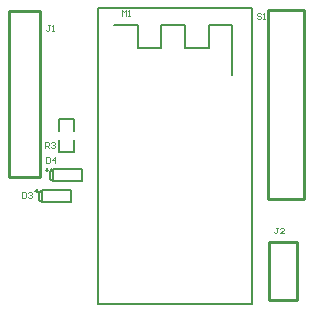
<source format=gto>
G04*
G04 #@! TF.GenerationSoftware,Altium Limited,Altium Designer,18.1.9 (240)*
G04*
G04 Layer_Color=65535*
%FSLAX24Y24*%
%MOIN*%
G70*
G01*
G75*
%ADD10C,0.0080*%
%ADD11C,0.0050*%
%ADD12C,0.0060*%
%ADD13C,0.0098*%
%ADD14C,0.0100*%
%ADD15C,0.0039*%
D10*
X1119Y3759D02*
X1210Y3850D01*
X2189Y3440D02*
Y3860D01*
X1219D02*
X2189D01*
X1219Y3440D02*
Y3850D01*
Y3440D02*
X2189D01*
X1119Y3531D02*
X1219Y3440D01*
X1119Y3531D02*
Y3759D01*
X1469Y4459D02*
X1560Y4550D01*
X2539Y4140D02*
Y4560D01*
X1569D02*
X2539D01*
X1569Y4140D02*
Y4550D01*
Y4140D02*
X2539D01*
X1469Y4231D02*
X1569Y4140D01*
X1469Y4231D02*
Y4459D01*
D11*
X1000Y3830D02*
X1080D01*
X1040Y3780D02*
Y3880D01*
X1350Y4530D02*
X1430D01*
X1390Y4480D02*
Y4580D01*
D12*
X2300Y5800D02*
Y6200D01*
X1800Y5800D02*
Y6200D01*
Y5100D02*
Y5500D01*
X2300Y5100D02*
Y5500D01*
X1800Y6200D02*
X2300D01*
X1800Y5100D02*
X2300D01*
X3617Y9346D02*
X4407D01*
Y8566D02*
Y9346D01*
Y8566D02*
X5197D01*
Y9336D01*
X5977D01*
Y8566D02*
Y9336D01*
Y8566D02*
X6777D01*
Y9346D01*
X7547D01*
X7557Y9336D01*
Y7676D02*
Y9336D01*
X3091Y60D02*
X8209D01*
X3091Y9902D02*
X8209D01*
X8210Y60D02*
Y9903D01*
X3090Y60D02*
Y9903D01*
D13*
X9941Y3559D02*
Y9859D01*
X8759Y3559D02*
X9941D01*
X8759D02*
Y9859D01*
X8956D01*
X9941D01*
D14*
X8958Y193D02*
X9475D01*
X8778Y2122D02*
X9734D01*
X8778Y193D02*
Y2122D01*
X9734Y193D02*
Y2122D01*
X8778Y193D02*
X8958D01*
X9475D02*
X9734D01*
X116Y4294D02*
Y9806D01*
X1151Y4294D02*
Y9806D01*
X116Y4294D02*
X1151D01*
X116Y9806D02*
X1151D01*
D15*
X1320Y5239D02*
Y5436D01*
X1419D01*
X1451Y5403D01*
Y5338D01*
X1419Y5305D01*
X1320D01*
X1386D02*
X1451Y5239D01*
X1517Y5403D02*
X1550Y5436D01*
X1615D01*
X1648Y5403D01*
Y5371D01*
X1615Y5338D01*
X1583D01*
X1615D01*
X1648Y5305D01*
Y5272D01*
X1615Y5239D01*
X1550D01*
X1517Y5272D01*
X550Y3766D02*
Y3569D01*
X648D01*
X681Y3602D01*
Y3733D01*
X648Y3766D01*
X550D01*
X747Y3733D02*
X780Y3766D01*
X845D01*
X878Y3733D01*
Y3700D01*
X845Y3667D01*
X812D01*
X845D01*
X878Y3635D01*
Y3602D01*
X845Y3569D01*
X780D01*
X747Y3602D01*
X1339Y4940D02*
Y4743D01*
X1438D01*
X1471Y4776D01*
Y4907D01*
X1438Y4940D01*
X1339D01*
X1635Y4743D02*
Y4940D01*
X1536Y4842D01*
X1667D01*
X1481Y9335D02*
X1416D01*
X1448D01*
Y9171D01*
X1416Y9138D01*
X1383D01*
X1350Y9171D01*
X1547Y9138D02*
X1612D01*
X1580D01*
Y9335D01*
X1547Y9302D01*
X9081Y2597D02*
X9016D01*
X9048D01*
Y2433D01*
X9016Y2400D01*
X8983D01*
X8950Y2433D01*
X9278Y2400D02*
X9147D01*
X9278Y2531D01*
Y2564D01*
X9245Y2597D01*
X9180D01*
X9147Y2564D01*
X8531Y9714D02*
X8498Y9747D01*
X8433D01*
X8400Y9714D01*
Y9681D01*
X8433Y9648D01*
X8498D01*
X8531Y9616D01*
Y9583D01*
X8498Y9550D01*
X8433D01*
X8400Y9583D01*
X8597Y9550D02*
X8662D01*
X8630D01*
Y9747D01*
X8597Y9714D01*
X3900Y9650D02*
Y9847D01*
X3966Y9781D01*
X4031Y9847D01*
Y9650D01*
X4097D02*
X4162D01*
X4130D01*
Y9847D01*
X4097Y9814D01*
M02*

</source>
